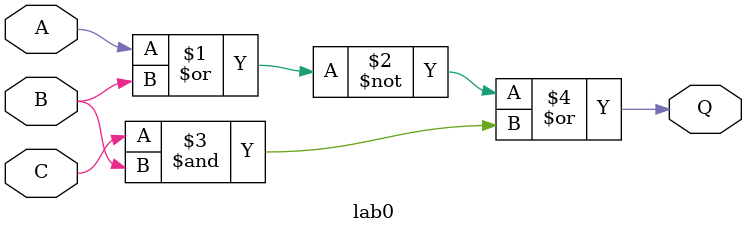
<source format=sv>
`timescale 1ns / 1ps


module lab0(
    input A,
    input B,
    input C,
    output Q
    );
    
    assign Q = ~(A|B)|(C&B);
    
endmodule

</source>
